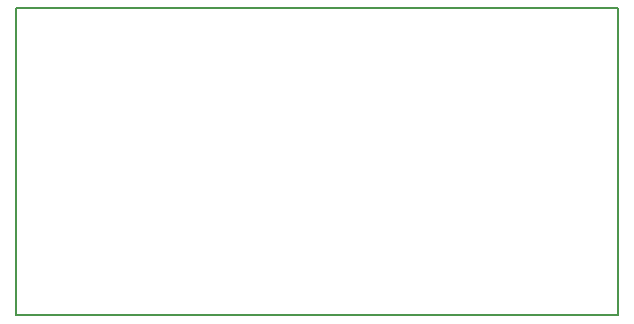
<source format=gbr>
G04 #@! TF.FileFunction,Profile,NP*
%FSLAX46Y46*%
G04 Gerber Fmt 4.6, Leading zero omitted, Abs format (unit mm)*
G04 Created by KiCad (PCBNEW 4.0.7) date 04/21/20 19:12:33*
%MOMM*%
%LPD*%
G01*
G04 APERTURE LIST*
%ADD10C,0.100000*%
%ADD11C,0.150000*%
G04 APERTURE END LIST*
D10*
D11*
X63000000Y-104000000D02*
X63000000Y-78000000D01*
X114000000Y-104000000D02*
X63000000Y-104000000D01*
X114000000Y-78000000D02*
X114000000Y-104000000D01*
X63000000Y-78000000D02*
X114000000Y-78000000D01*
M02*

</source>
